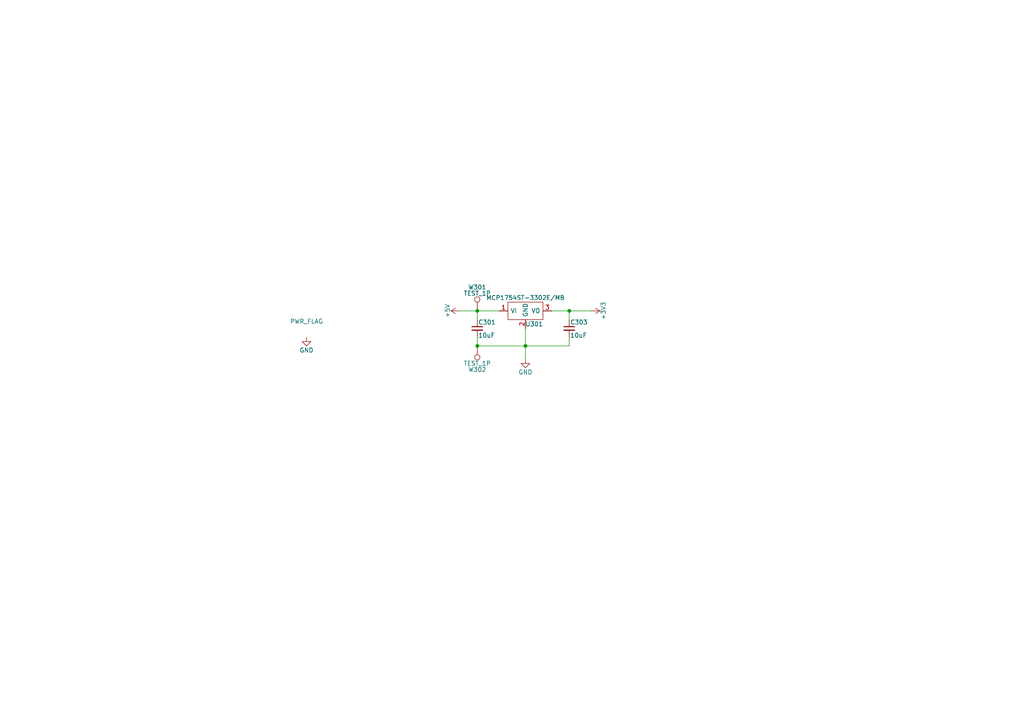
<source format=kicad_sch>
(kicad_sch
	(version 20231120)
	(generator "eeschema")
	(generator_version "8.0")
	(uuid "9dcde18c-5a97-4ee2-96d0-2d6568f266d7")
	(paper "A4")
	(lib_symbols
		(symbol "candleLight-rescue:+3V3"
			(power)
			(pin_names
				(offset 0)
			)
			(exclude_from_sim no)
			(in_bom yes)
			(on_board yes)
			(property "Reference" "#PWR"
				(at 0 -3.81 0)
				(effects
					(font
						(size 1.27 1.27)
					)
					(hide yes)
				)
			)
			(property "Value" "+3V3"
				(at 0 3.556 0)
				(effects
					(font
						(size 1.27 1.27)
					)
				)
			)
			(property "Footprint" ""
				(at 0 0 0)
				(effects
					(font
						(size 1.27 1.27)
					)
				)
			)
			(property "Datasheet" ""
				(at 0 0 0)
				(effects
					(font
						(size 1.27 1.27)
					)
				)
			)
			(property "Description" ""
				(at 0 0 0)
				(effects
					(font
						(size 1.27 1.27)
					)
					(hide yes)
				)
			)
			(property "Field5" ""
				(at 0 0 0)
				(effects
					(font
						(size 1.27 1.27)
					)
					(hide yes)
				)
			)
			(symbol "+3V3_0_1"
				(polyline
					(pts
						(xy -0.762 1.27) (xy 0 2.54)
					)
					(stroke
						(width 0)
						(type solid)
					)
					(fill
						(type none)
					)
				)
				(polyline
					(pts
						(xy 0 0) (xy 0 2.54)
					)
					(stroke
						(width 0)
						(type solid)
					)
					(fill
						(type none)
					)
				)
				(polyline
					(pts
						(xy 0 2.54) (xy 0.762 1.27)
					)
					(stroke
						(width 0)
						(type solid)
					)
					(fill
						(type none)
					)
				)
			)
			(symbol "+3V3_1_1"
				(pin power_in line
					(at 0 0 90)
					(length 0) hide
					(name "+3V3"
						(effects
							(font
								(size 1.27 1.27)
							)
						)
					)
					(number "1"
						(effects
							(font
								(size 1.27 1.27)
							)
						)
					)
				)
			)
		)
		(symbol "candleLight-rescue:+5V"
			(power)
			(pin_names
				(offset 0)
			)
			(exclude_from_sim no)
			(in_bom yes)
			(on_board yes)
			(property "Reference" "#PWR"
				(at 0 -3.81 0)
				(effects
					(font
						(size 1.27 1.27)
					)
					(hide yes)
				)
			)
			(property "Value" "+5V"
				(at 0 3.556 0)
				(effects
					(font
						(size 1.27 1.27)
					)
				)
			)
			(property "Footprint" ""
				(at 0 0 0)
				(effects
					(font
						(size 1.27 1.27)
					)
				)
			)
			(property "Datasheet" ""
				(at 0 0 0)
				(effects
					(font
						(size 1.27 1.27)
					)
				)
			)
			(property "Description" ""
				(at 0 0 0)
				(effects
					(font
						(size 1.27 1.27)
					)
					(hide yes)
				)
			)
			(property "Field5" ""
				(at 0 0 0)
				(effects
					(font
						(size 1.27 1.27)
					)
					(hide yes)
				)
			)
			(symbol "+5V_0_1"
				(polyline
					(pts
						(xy -0.762 1.27) (xy 0 2.54)
					)
					(stroke
						(width 0)
						(type solid)
					)
					(fill
						(type none)
					)
				)
				(polyline
					(pts
						(xy 0 0) (xy 0 2.54)
					)
					(stroke
						(width 0)
						(type solid)
					)
					(fill
						(type none)
					)
				)
				(polyline
					(pts
						(xy 0 2.54) (xy 0.762 1.27)
					)
					(stroke
						(width 0)
						(type solid)
					)
					(fill
						(type none)
					)
				)
			)
			(symbol "+5V_1_1"
				(pin power_in line
					(at 0 0 90)
					(length 0) hide
					(name "+5V"
						(effects
							(font
								(size 1.27 1.27)
							)
						)
					)
					(number "1"
						(effects
							(font
								(size 1.27 1.27)
							)
						)
					)
				)
			)
		)
		(symbol "candleLight-rescue:C_Small"
			(pin_numbers hide)
			(pin_names
				(offset 0.254) hide)
			(exclude_from_sim no)
			(in_bom yes)
			(on_board yes)
			(property "Reference" "C"
				(at 0.254 1.778 0)
				(effects
					(font
						(size 1.27 1.27)
					)
					(justify left)
				)
			)
			(property "Value" "C_Small"
				(at 0.254 -2.032 0)
				(effects
					(font
						(size 1.27 1.27)
					)
					(justify left)
				)
			)
			(property "Footprint" ""
				(at 0 0 0)
				(effects
					(font
						(size 1.27 1.27)
					)
				)
			)
			(property "Datasheet" ""
				(at 0 0 0)
				(effects
					(font
						(size 1.27 1.27)
					)
				)
			)
			(property "Description" ""
				(at 0 0 0)
				(effects
					(font
						(size 1.27 1.27)
					)
					(hide yes)
				)
			)
			(property "Field5" ""
				(at 0 0 0)
				(effects
					(font
						(size 1.27 1.27)
					)
					(hide yes)
				)
			)
			(property "ki_fp_filters" "C? C_????_* C_???? SMD*_c Capacitor*"
				(at 0 0 0)
				(effects
					(font
						(size 1.27 1.27)
					)
					(hide yes)
				)
			)
			(symbol "C_Small_0_1"
				(polyline
					(pts
						(xy -1.524 -0.508) (xy 1.524 -0.508)
					)
					(stroke
						(width 0.3302)
						(type solid)
					)
					(fill
						(type none)
					)
				)
				(polyline
					(pts
						(xy -1.524 0.508) (xy 1.524 0.508)
					)
					(stroke
						(width 0.3048)
						(type solid)
					)
					(fill
						(type none)
					)
				)
			)
			(symbol "C_Small_1_1"
				(pin passive line
					(at 0 2.54 270)
					(length 1.905)
					(name "~"
						(effects
							(font
								(size 1.016 1.016)
							)
						)
					)
					(number "1"
						(effects
							(font
								(size 1.016 1.016)
							)
						)
					)
				)
				(pin passive line
					(at 0 -2.54 90)
					(length 2.032)
					(name "~"
						(effects
							(font
								(size 1.016 1.016)
							)
						)
					)
					(number "2"
						(effects
							(font
								(size 1.016 1.016)
							)
						)
					)
				)
			)
		)
		(symbol "candleLight-rescue:GND"
			(power)
			(pin_names
				(offset 0)
			)
			(exclude_from_sim no)
			(in_bom yes)
			(on_board yes)
			(property "Reference" "#PWR"
				(at 0 -6.35 0)
				(effects
					(font
						(size 1.27 1.27)
					)
					(hide yes)
				)
			)
			(property "Value" "GND"
				(at 0 -3.81 0)
				(effects
					(font
						(size 1.27 1.27)
					)
				)
			)
			(property "Footprint" ""
				(at 0 0 0)
				(effects
					(font
						(size 1.27 1.27)
					)
				)
			)
			(property "Datasheet" ""
				(at 0 0 0)
				(effects
					(font
						(size 1.27 1.27)
					)
				)
			)
			(property "Description" ""
				(at 0 0 0)
				(effects
					(font
						(size 1.27 1.27)
					)
					(hide yes)
				)
			)
			(property "Field5" ""
				(at 0 0 0)
				(effects
					(font
						(size 1.27 1.27)
					)
					(hide yes)
				)
			)
			(symbol "GND_0_1"
				(polyline
					(pts
						(xy 0 0) (xy 0 -1.27) (xy 1.27 -1.27) (xy 0 -2.54) (xy -1.27 -1.27) (xy 0 -1.27)
					)
					(stroke
						(width 0)
						(type solid)
					)
					(fill
						(type none)
					)
				)
			)
			(symbol "GND_1_1"
				(pin power_in line
					(at 0 0 270)
					(length 0) hide
					(name "GND"
						(effects
							(font
								(size 1.27 1.27)
							)
						)
					)
					(number "1"
						(effects
							(font
								(size 1.27 1.27)
							)
						)
					)
				)
			)
		)
		(symbol "candleLight-rescue:MCP1754ST-3302E/MB"
			(pin_names
				(offset 0.762)
			)
			(exclude_from_sim no)
			(in_bom yes)
			(on_board yes)
			(property "Reference" "U"
				(at 2.54 -3.81 0)
				(effects
					(font
						(size 1.27 1.27)
					)
				)
			)
			(property "Value" "MCP1754ST-3302E/MB"
				(at 0 3.81 0)
				(effects
					(font
						(size 1.27 1.27)
					)
				)
			)
			(property "Footprint" ""
				(at 0 0 0)
				(effects
					(font
						(size 1.27 1.27)
					)
				)
			)
			(property "Datasheet" ""
				(at 0 0 0)
				(effects
					(font
						(size 1.27 1.27)
					)
				)
			)
			(property "Description" ""
				(at 0 0 0)
				(effects
					(font
						(size 1.27 1.27)
					)
					(hide yes)
				)
			)
			(property "Field5" ""
				(at 0 0 0)
				(effects
					(font
						(size 1.27 1.27)
					)
					(hide yes)
				)
			)
			(property "ki_fp_filters" "SOT-89*"
				(at 0 0 0)
				(effects
					(font
						(size 1.27 1.27)
					)
					(hide yes)
				)
			)
			(symbol "MCP1754ST-3302E/MB_0_1"
				(rectangle
					(start -5.08 -2.54)
					(end 5.08 2.54)
					(stroke
						(width 0)
						(type solid)
					)
					(fill
						(type none)
					)
				)
			)
			(symbol "MCP1754ST-3302E/MB_1_1"
				(pin power_in line
					(at -7.62 0 0)
					(length 2.54)
					(name "VI"
						(effects
							(font
								(size 1.27 1.27)
							)
						)
					)
					(number "1"
						(effects
							(font
								(size 1.27 1.27)
							)
						)
					)
				)
				(pin power_in line
					(at 0 -5.08 90)
					(length 2.54)
					(name "GND"
						(effects
							(font
								(size 1.27 1.27)
							)
						)
					)
					(number "2"
						(effects
							(font
								(size 1.27 1.27)
							)
						)
					)
				)
				(pin power_out line
					(at 7.62 0 180)
					(length 2.54)
					(name "VO"
						(effects
							(font
								(size 1.27 1.27)
							)
						)
					)
					(number "3"
						(effects
							(font
								(size 1.27 1.27)
							)
						)
					)
				)
			)
		)
		(symbol "candleLight-rescue:TEST_1P"
			(pin_numbers hide)
			(pin_names
				(offset 0.762) hide)
			(exclude_from_sim no)
			(in_bom yes)
			(on_board yes)
			(property "Reference" "W"
				(at 0 6.858 0)
				(effects
					(font
						(size 1.27 1.27)
					)
				)
			)
			(property "Value" "TEST_1P"
				(at 0 5.08 0)
				(effects
					(font
						(size 1.27 1.27)
					)
				)
			)
			(property "Footprint" ""
				(at 5.08 0 0)
				(effects
					(font
						(size 1.27 1.27)
					)
				)
			)
			(property "Datasheet" ""
				(at 5.08 0 0)
				(effects
					(font
						(size 1.27 1.27)
					)
				)
			)
			(property "Description" ""
				(at 0 0 0)
				(effects
					(font
						(size 1.27 1.27)
					)
					(hide yes)
				)
			)
			(property "Field5" ""
				(at 0 0 0)
				(effects
					(font
						(size 1.27 1.27)
					)
					(hide yes)
				)
			)
			(symbol "TEST_1P_0_1"
				(circle
					(center 0 3.302)
					(radius 0.762)
					(stroke
						(width 0)
						(type solid)
					)
					(fill
						(type none)
					)
				)
			)
			(symbol "TEST_1P_1_1"
				(pin passive line
					(at 0 0 90)
					(length 2.54)
					(name "1"
						(effects
							(font
								(size 1.27 1.27)
							)
						)
					)
					(number "1"
						(effects
							(font
								(size 1.27 1.27)
							)
						)
					)
				)
			)
		)
	)
	(junction
		(at 138.43 100.33)
		(diameter 0)
		(color 0 0 0 0)
		(uuid "1833d38a-bc86-4e9d-a6a9-c25a9068e4d2")
	)
	(junction
		(at 138.43 90.17)
		(diameter 0)
		(color 0 0 0 0)
		(uuid "2da33054-769d-41c1-bf94-3307bb02c3c1")
	)
	(junction
		(at 165.1 90.17)
		(diameter 0)
		(color 0 0 0 0)
		(uuid "abd718bc-e2e3-484d-bffa-6c9ffd7fe5cf")
	)
	(junction
		(at 152.4 100.33)
		(diameter 0)
		(color 0 0 0 0)
		(uuid "f17304f4-5e00-436a-8258-a75266a93bbb")
	)
	(wire
		(pts
			(xy 152.4 100.33) (xy 152.4 104.14)
		)
		(stroke
			(width 0)
			(type default)
		)
		(uuid "136239ab-701b-4c09-9428-53a50968b1a4")
	)
	(wire
		(pts
			(xy 138.43 92.71) (xy 138.43 90.17)
		)
		(stroke
			(width 0)
			(type default)
		)
		(uuid "362e2d36-5980-4fb3-8230-c1f2aa6e09da")
	)
	(wire
		(pts
			(xy 138.43 97.79) (xy 138.43 100.33)
		)
		(stroke
			(width 0)
			(type default)
		)
		(uuid "3e06cab5-fb7f-4c67-8913-6e831dfb580e")
	)
	(wire
		(pts
			(xy 138.43 100.33) (xy 152.4 100.33)
		)
		(stroke
			(width 0)
			(type default)
		)
		(uuid "4eb3e550-18eb-43c9-86f4-b9b59bf01a5c")
	)
	(wire
		(pts
			(xy 133.35 90.17) (xy 138.43 90.17)
		)
		(stroke
			(width 0)
			(type default)
		)
		(uuid "a14e0b65-c128-49d4-a70c-cfab438214a1")
	)
	(wire
		(pts
			(xy 165.1 100.33) (xy 165.1 97.79)
		)
		(stroke
			(width 0)
			(type default)
		)
		(uuid "b49ea214-f5f1-43ec-a998-65492ce2cbfa")
	)
	(wire
		(pts
			(xy 152.4 95.25) (xy 152.4 100.33)
		)
		(stroke
			(width 0)
			(type default)
		)
		(uuid "b709a5e1-4a8e-4ab7-82c8-ecb4e57ef682")
	)
	(wire
		(pts
			(xy 152.4 100.33) (xy 165.1 100.33)
		)
		(stroke
			(width 0)
			(type default)
		)
		(uuid "c9425667-2c33-4dfa-9c93-eba334c228fc")
	)
	(wire
		(pts
			(xy 160.02 90.17) (xy 165.1 90.17)
		)
		(stroke
			(width 0)
			(type default)
		)
		(uuid "d9ead95c-67df-4bdb-bc98-999249abecfe")
	)
	(wire
		(pts
			(xy 165.1 90.17) (xy 171.45 90.17)
		)
		(stroke
			(width 0)
			(type default)
		)
		(uuid "eecdbee2-498e-43df-93d0-17e955231dca")
	)
	(wire
		(pts
			(xy 138.43 90.17) (xy 144.78 90.17)
		)
		(stroke
			(width 0)
			(type default)
		)
		(uuid "f45ab311-7bc9-41ed-babc-e334e1e7dfe1")
	)
	(wire
		(pts
			(xy 165.1 92.71) (xy 165.1 90.17)
		)
		(stroke
			(width 0)
			(type default)
		)
		(uuid "fa370eaf-a23b-4ea0-baaf-af5e1413b516")
	)
	(symbol
		(lib_id "candleLight-rescue:MCP1754ST-3302E/MB")
		(at 152.4 90.17 0)
		(unit 1)
		(exclude_from_sim no)
		(in_bom yes)
		(on_board yes)
		(dnp no)
		(uuid "00000000-0000-0000-0000-000056f609e7")
		(property "Reference" "U301"
			(at 154.94 93.98 0)
			(effects
				(font
					(size 1.27 1.27)
				)
			)
		)
		(property "Value" "MCP1754ST-3302E/MB"
			(at 152.4 86.36 0)
			(effects
				(font
					(size 1.27 1.27)
				)
			)
		)
		(property "Footprint" "TO_SOT_Packages_SMD:SOT89-3_Housing"
			(at 152.4 90.17 0)
			(effects
				(font
					(size 1.27 1.27)
				)
				(hide yes)
			)
		)
		(property "Datasheet" ""
			(at 152.4 90.17 0)
			(effects
				(font
					(size 1.27 1.27)
				)
			)
		)
		(property "Description" ""
			(at 152.4 90.17 0)
			(effects
				(font
					(size 1.27 1.27)
				)
				(hide yes)
			)
		)
		(pin "1"
			(uuid "af12c774-b8f7-4381-9118-8ab794cabc95")
		)
		(pin "3"
			(uuid "993dd320-580a-40c6-8d0f-f9a0bf190d2b")
		)
		(pin "2"
			(uuid "0641e375-d602-4c93-b3ff-5f4a839326c2")
		)
		(instances
			(project "candleLight"
				(path "/a7c5f877-da93-493b-a81a-835318e2a893/00000000-0000-0000-0000-000056f3b1a0"
					(reference "U301")
					(unit 1)
				)
			)
		)
	)
	(symbol
		(lib_id "candleLight-rescue:GND")
		(at 152.4 104.14 0)
		(unit 1)
		(exclude_from_sim no)
		(in_bom yes)
		(on_board yes)
		(dnp no)
		(uuid "00000000-0000-0000-0000-000056f60a54")
		(property "Reference" "#PWR019"
			(at 152.4 110.49 0)
			(effects
				(font
					(size 1.27 1.27)
				)
				(hide yes)
			)
		)
		(property "Value" "GND"
			(at 152.4 107.95 0)
			(effects
				(font
					(size 1.27 1.27)
				)
			)
		)
		(property "Footprint" ""
			(at 152.4 104.14 0)
			(effects
				(font
					(size 1.27 1.27)
				)
			)
		)
		(property "Datasheet" ""
			(at 152.4 104.14 0)
			(effects
				(font
					(size 1.27 1.27)
				)
			)
		)
		(property "Description" ""
			(at 152.4 104.14 0)
			(effects
				(font
					(size 1.27 1.27)
				)
				(hide yes)
			)
		)
		(pin "1"
			(uuid "b35e153a-6ec6-47d0-a3eb-4dea5cd30db0")
		)
		(instances
			(project "candleLight"
				(path "/a7c5f877-da93-493b-a81a-835318e2a893/00000000-0000-0000-0000-000056f3b1a0"
					(reference "#PWR019")
					(unit 1)
				)
			)
		)
	)
	(symbol
		(lib_id "candleLight-rescue:+5V")
		(at 133.35 90.17 90)
		(unit 1)
		(exclude_from_sim no)
		(in_bom yes)
		(on_board yes)
		(dnp no)
		(uuid "00000000-0000-0000-0000-000056f60a70")
		(property "Reference" "#PWR020"
			(at 137.16 90.17 0)
			(effects
				(font
					(size 1.27 1.27)
				)
				(hide yes)
			)
		)
		(property "Value" "+5V"
			(at 129.794 90.17 0)
			(effects
				(font
					(size 1.27 1.27)
				)
			)
		)
		(property "Footprint" ""
			(at 133.35 90.17 0)
			(effects
				(font
					(size 1.27 1.27)
				)
			)
		)
		(property "Datasheet" ""
			(at 133.35 90.17 0)
			(effects
				(font
					(size 1.27 1.27)
				)
			)
		)
		(property "Description" ""
			(at 133.35 90.17 0)
			(effects
				(font
					(size 1.27 1.27)
				)
				(hide yes)
			)
		)
		(pin "1"
			(uuid "ed416a1a-5f3b-4232-8daf-1fc2d2f1da5d")
		)
		(instances
			(project "candleLight"
				(path "/a7c5f877-da93-493b-a81a-835318e2a893/00000000-0000-0000-0000-000056f3b1a0"
					(reference "#PWR020")
					(unit 1)
				)
			)
		)
	)
	(symbol
		(lib_id "candleLight-rescue:+3V3")
		(at 171.45 90.17 270)
		(unit 1)
		(exclude_from_sim no)
		(in_bom yes)
		(on_board yes)
		(dnp no)
		(uuid "00000000-0000-0000-0000-000056f60a9d")
		(property "Reference" "#PWR021"
			(at 167.64 90.17 0)
			(effects
				(font
					(size 1.27 1.27)
				)
				(hide yes)
			)
		)
		(property "Value" "+3V3"
			(at 175.006 90.17 0)
			(effects
				(font
					(size 1.27 1.27)
				)
			)
		)
		(property "Footprint" ""
			(at 171.45 90.17 0)
			(effects
				(font
					(size 1.27 1.27)
				)
			)
		)
		(property "Datasheet" ""
			(at 171.45 90.17 0)
			(effects
				(font
					(size 1.27 1.27)
				)
			)
		)
		(property "Description" ""
			(at 171.45 90.17 0)
			(effects
				(font
					(size 1.27 1.27)
				)
				(hide yes)
			)
		)
		(pin "1"
			(uuid "773810c5-faed-40cb-9041-2cbf29de543d")
		)
		(instances
			(project "candleLight"
				(path "/a7c5f877-da93-493b-a81a-835318e2a893/00000000-0000-0000-0000-000056f3b1a0"
					(reference "#PWR021")
					(unit 1)
				)
			)
		)
	)
	(symbol
		(lib_id "candleLight-rescue:C_Small")
		(at 138.43 95.25 0)
		(unit 1)
		(exclude_from_sim no)
		(in_bom yes)
		(on_board yes)
		(dnp no)
		(uuid "00000000-0000-0000-0000-000056f60bbb")
		(property "Reference" "C301"
			(at 138.684 93.472 0)
			(effects
				(font
					(size 1.27 1.27)
				)
				(justify left)
			)
		)
		(property "Value" "10uF"
			(at 138.684 97.282 0)
			(effects
				(font
					(size 1.27 1.27)
				)
				(justify left)
			)
		)
		(property "Footprint" "Capacitors_SMD:C_0805"
			(at 138.43 95.25 0)
			(effects
				(font
					(size 1.27 1.27)
				)
				(hide yes)
			)
		)
		(property "Datasheet" ""
			(at 138.43 95.25 0)
			(effects
				(font
					(size 1.27 1.27)
				)
			)
		)
		(property "Description" ""
			(at 138.43 95.25 0)
			(effects
				(font
					(size 1.27 1.27)
				)
				(hide yes)
			)
		)
		(pin "1"
			(uuid "8f1c9965-98e4-4401-92c9-fe2373521e33")
		)
		(pin "2"
			(uuid "b0e03090-433d-48f3-a17f-9b47928782ab")
		)
		(instances
			(project "candleLight"
				(path "/a7c5f877-da93-493b-a81a-835318e2a893/00000000-0000-0000-0000-000056f3b1a0"
					(reference "C301")
					(unit 1)
				)
			)
		)
	)
	(symbol
		(lib_id "candleLight-rescue:C_Small")
		(at 165.1 95.25 0)
		(unit 1)
		(exclude_from_sim no)
		(in_bom yes)
		(on_board yes)
		(dnp no)
		(uuid "00000000-0000-0000-0000-000056f611d6")
		(property "Reference" "C303"
			(at 165.354 93.472 0)
			(effects
				(font
					(size 1.27 1.27)
				)
				(justify left)
			)
		)
		(property "Value" "10uF"
			(at 165.354 97.282 0)
			(effects
				(font
					(size 1.27 1.27)
				)
				(justify left)
			)
		)
		(property "Footprint" "Capacitors_SMD:C_0805"
			(at 165.1 95.25 0)
			(effects
				(font
					(size 1.27 1.27)
				)
				(hide yes)
			)
		)
		(property "Datasheet" ""
			(at 165.1 95.25 0)
			(effects
				(font
					(size 1.27 1.27)
				)
			)
		)
		(property "Description" ""
			(at 165.1 95.25 0)
			(effects
				(font
					(size 1.27 1.27)
				)
				(hide yes)
			)
		)
		(pin "1"
			(uuid "d267f6f7-d4aa-4925-81f3-fbb563483972")
		)
		(pin "2"
			(uuid "5e1a8224-a7b7-48e8-9347-3ecf09edbfcc")
		)
		(instances
			(project "candleLight"
				(path "/a7c5f877-da93-493b-a81a-835318e2a893/00000000-0000-0000-0000-000056f3b1a0"
					(reference "C303")
					(unit 1)
				)
			)
		)
	)
	(symbol
		(lib_id "candleLight-rescue:TEST_1P")
		(at 138.43 90.17 0)
		(unit 1)
		(exclude_from_sim no)
		(in_bom yes)
		(on_board yes)
		(dnp no)
		(uuid "00000000-0000-0000-0000-000057223b24")
		(property "Reference" "W301"
			(at 138.43 83.312 0)
			(effects
				(font
					(size 1.27 1.27)
				)
			)
		)
		(property "Value" "TEST_1P"
			(at 138.43 85.09 0)
			(effects
				(font
					(size 1.27 1.27)
				)
			)
		)
		(property "Footprint" "Measurement_Points:Measurement_Point_Round-SMD-Pad_Big"
			(at 143.51 90.17 0)
			(effects
				(font
					(size 1.27 1.27)
				)
				(hide yes)
			)
		)
		(property "Datasheet" ""
			(at 143.51 90.17 0)
			(effects
				(font
					(size 1.27 1.27)
				)
			)
		)
		(property "Description" ""
			(at 138.43 90.17 0)
			(effects
				(font
					(size 1.27 1.27)
				)
				(hide yes)
			)
		)
		(pin "1"
			(uuid "3509f34b-3816-4cde-b899-940babcc0b23")
		)
		(instances
			(project "candleLight"
				(path "/a7c5f877-da93-493b-a81a-835318e2a893/00000000-0000-0000-0000-000056f3b1a0"
					(reference "W301")
					(unit 1)
				)
			)
		)
	)
	(symbol
		(lib_id "candleLight-rescue:TEST_1P")
		(at 138.43 100.33 180)
		(unit 1)
		(exclude_from_sim no)
		(in_bom yes)
		(on_board yes)
		(dnp no)
		(uuid "00000000-0000-0000-0000-000057223b69")
		(property "Reference" "W302"
			(at 138.43 107.188 0)
			(effects
				(font
					(size 1.27 1.27)
				)
			)
		)
		(property "Value" "TEST_1P"
			(at 138.43 105.41 0)
			(effects
				(font
					(size 1.27 1.27)
				)
			)
		)
		(property "Footprint" "Measurement_Points:Measurement_Point_Round-SMD-Pad_Big"
			(at 133.35 100.33 0)
			(effects
				(font
					(size 1.27 1.27)
				)
				(hide yes)
			)
		)
		(property "Datasheet" ""
			(at 133.35 100.33 0)
			(effects
				(font
					(size 1.27 1.27)
				)
			)
		)
		(property "Description" ""
			(at 138.43 100.33 0)
			(effects
				(font
					(size 1.27 1.27)
				)
				(hide yes)
			)
		)
		(pin "1"
			(uuid "da60dcca-7359-4d01-a6e2-d220514c0f5e")
		)
		(instances
			(project "candleLight"
				(path "/a7c5f877-da93-493b-a81a-835318e2a893/00000000-0000-0000-0000-000056f3b1a0"
					(reference "W302")
					(unit 1)
				)
			)
		)
	)
	(symbol
		(lib_id "candleLight-rescue:GND")
		(at 88.9 97.79 0)
		(unit 1)
		(exclude_from_sim no)
		(in_bom yes)
		(on_board yes)
		(dnp no)
		(uuid "00000000-0000-0000-0000-000057229925")
		(property "Reference" "#PWR022"
			(at 88.9 104.14 0)
			(effects
				(font
					(size 1.27 1.27)
				)
				(hide yes)
			)
		)
		(property "Value" "GND"
			(at 88.9 101.6 0)
			(effects
				(font
					(size 1.27 1.27)
				)
			)
		)
		(property "Footprint" ""
			(at 88.9 97.79 0)
			(effects
				(font
					(size 1.27 1.27)
				)
			)
		)
		(property "Datasheet" ""
			(at 88.9 97.79 0)
			(effects
				(font
					(size 1.27 1.27)
				)
			)
		)
		(property "Description" ""
			(at 88.9 97.79 0)
			(effects
				(font
					(size 1.27 1.27)
				)
				(hide yes)
			)
		)
		(pin "1"
			(uuid "9ba45d9c-9ba0-4ce0-be44-1cf950a2258f")
		)
		(instances
			(project "candleLight"
				(path "/a7c5f877-da93-493b-a81a-835318e2a893/00000000-0000-0000-0000-000056f3b1a0"
					(reference "#PWR022")
					(unit 1)
				)
			)
		)
	)
	(symbol
		(lib_id "PWR_FLAG")
		(at 88.9 97.79 0)
		(unit 1)
		(exclude_from_sim no)
		(in_bom yes)
		(on_board yes)
		(dnp no)
		(uuid "00000000-0000-0000-0000-000057229968")
		(property "Reference" "#FLG023"
			(at 88.9 95.377 0)
			(effects
				(font
					(size 1.27 1.27)
				)
				(hide yes)
			)
		)
		(property "Value" "PWR_FLAG"
			(at 88.9 93.218 0)
			(effects
				(font
					(size 1.27 1.27)
				)
			)
		)
		(property "Footprint" ""
			(at 88.9 97.79 0)
			(effects
				(font
					(size 1.27 1.27)
				)
			)
		)
		(property "Datasheet" ""
			(at 88.9 97.79 0)
			(effects
				(font
					(size 1.27 1.27)
				)
			)
		)
		(property "Description" ""
			(at 88.9 97.79 0)
			(effects
				(font
					(size 1.27 1.27)
				)
				(hide yes)
			)
		)
		(instances
			(project "candleLight"
				(path "/a7c5f877-da93-493b-a81a-835318e2a893/00000000-0000-0000-0000-000056f3b1a0"
					(reference "#FLG023")
					(unit 1)
				)
			)
		)
	)
)

</source>
